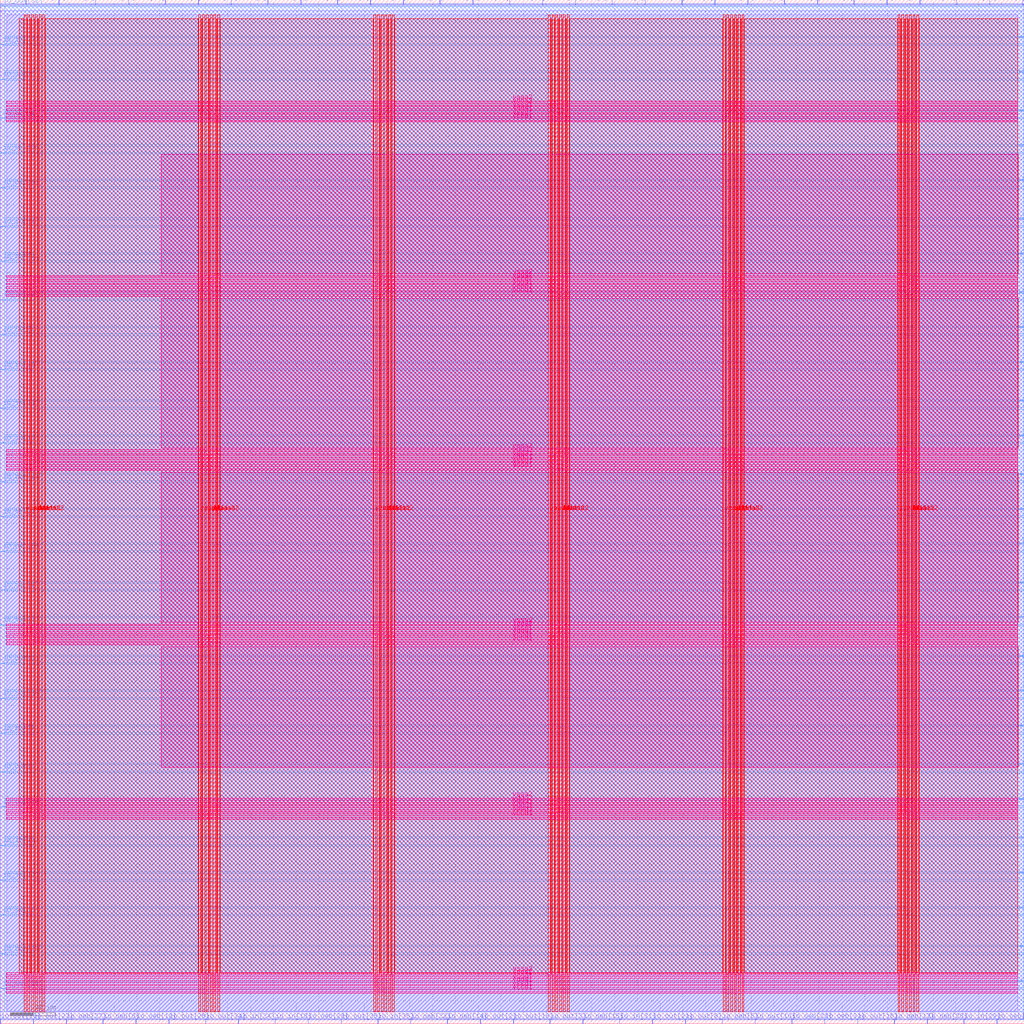
<source format=lef>
VERSION 5.7 ;
  NOWIREEXTENSIONATPIN ON ;
  DIVIDERCHAR "/" ;
  BUSBITCHARS "[]" ;
MACRO vajra_caravel_soc
  CLASS BLOCK ;
  FOREIGN vajra_caravel_soc ;
  ORIGIN 0.000 0.000 ;
  SIZE 900.000 BY 900.000 ;
  PIN io_in[0]
    DIRECTION INPUT ;
    USE SIGNAL ;
    PORT
      LAYER met3 ;
        RECT 896.000 867.040 900.000 867.640 ;
    END
  END io_in[0]
  PIN io_in[10]
    DIRECTION INPUT ;
    USE SIGNAL ;
    PORT
      LAYER met3 ;
        RECT 896.000 197.240 900.000 197.840 ;
    END
  END io_in[10]
  PIN io_in[11]
    DIRECTION INPUT ;
    USE SIGNAL ;
    PORT
      LAYER met2 ;
        RECT 112.790 896.000 113.070 900.000 ;
    END
  END io_in[11]
  PIN io_in[12]
    DIRECTION INPUT ;
    USE SIGNAL ;
    PORT
      LAYER met3 ;
        RECT 0.000 510.040 4.000 510.640 ;
    END
  END io_in[12]
  PIN io_in[13]
    DIRECTION INPUT ;
    USE SIGNAL ;
    PORT
      LAYER met2 ;
        RECT 808.310 896.000 808.590 900.000 ;
    END
  END io_in[13]
  PIN io_in[14]
    DIRECTION INPUT ;
    USE SIGNAL ;
    PORT
      LAYER met2 ;
        RECT 656.970 896.000 657.250 900.000 ;
    END
  END io_in[14]
  PIN io_in[15]
    DIRECTION INPUT ;
    USE SIGNAL ;
    PORT
      LAYER met3 ;
        RECT 0.000 574.640 4.000 575.240 ;
    END
  END io_in[15]
  PIN io_in[16]
    DIRECTION INPUT ;
    USE SIGNAL ;
    PORT
      LAYER met3 ;
        RECT 0.000 156.440 4.000 157.040 ;
    END
  END io_in[16]
  PIN io_in[17]
    DIRECTION INPUT ;
    USE SIGNAL ;
    PORT
      LAYER met2 ;
        RECT 325.310 896.000 325.590 900.000 ;
    END
  END io_in[17]
  PIN io_in[18]
    DIRECTION INPUT ;
    USE SIGNAL ;
    PORT
      LAYER met2 ;
        RECT 241.590 0.000 241.870 4.000 ;
    END
  END io_in[18]
  PIN io_in[19]
    DIRECTION INPUT ;
    USE SIGNAL ;
    PORT
      LAYER met3 ;
        RECT 0.000 125.840 4.000 126.440 ;
    END
  END io_in[19]
  PIN io_in[1]
    DIRECTION INPUT ;
    USE SIGNAL ;
    PORT
      LAYER met3 ;
        RECT 896.000 802.440 900.000 803.040 ;
    END
  END io_in[1]
  PIN io_in[20]
    DIRECTION INPUT ;
    USE SIGNAL ;
    PORT
      LAYER met3 ;
        RECT 896.000 3.440 900.000 4.040 ;
    END
  END io_in[20]
  PIN io_in[21]
    DIRECTION INPUT ;
    USE SIGNAL ;
    PORT
      LAYER met2 ;
        RECT 779.330 896.000 779.610 900.000 ;
    END
  END io_in[21]
  PIN io_in[22]
    DIRECTION INPUT ;
    USE SIGNAL ;
    PORT
      LAYER met3 ;
        RECT 0.000 635.840 4.000 636.440 ;
    END
  END io_in[22]
  PIN io_in[23]
    DIRECTION INPUT ;
    USE SIGNAL ;
    PORT
      LAYER met3 ;
        RECT 0.000 829.640 4.000 830.240 ;
    END
  END io_in[23]
  PIN io_in[24]
    DIRECTION INPUT ;
    USE SIGNAL ;
    PORT
      LAYER met3 ;
        RECT 896.000 387.640 900.000 388.240 ;
    END
  END io_in[24]
  PIN io_in[25]
    DIRECTION INPUT ;
    USE SIGNAL ;
    PORT
      LAYER met3 ;
        RECT 0.000 95.240 4.000 95.840 ;
    END
  END io_in[25]
  PIN io_in[26]
    DIRECTION INPUT ;
    USE SIGNAL ;
    PORT
      LAYER met3 ;
        RECT 0.000 860.240 4.000 860.840 ;
    END
  END io_in[26]
  PIN io_in[27]
    DIRECTION INPUT ;
    USE SIGNAL ;
    PORT
      LAYER met2 ;
        RECT 447.670 896.000 447.950 900.000 ;
    END
  END io_in[27]
  PIN io_in[28]
    DIRECTION INPUT ;
    USE SIGNAL ;
    PORT
      LAYER met3 ;
        RECT 896.000 836.440 900.000 837.040 ;
    END
  END io_in[28]
  PIN io_in[29]
    DIRECTION INPUT ;
    USE SIGNAL ;
    PORT
      LAYER met2 ;
        RECT 846.950 0.000 847.230 4.000 ;
    END
  END io_in[29]
  PIN io_in[2]
    DIRECTION INPUT ;
    USE SIGNAL ;
    PORT
      LAYER met3 ;
        RECT 896.000 261.840 900.000 262.440 ;
    END
  END io_in[2]
  PIN io_in[30]
    DIRECTION INPUT ;
    USE SIGNAL ;
    PORT
      LAYER met2 ;
        RECT 415.470 896.000 415.750 900.000 ;
    END
  END io_in[30]
  PIN io_in[31]
    DIRECTION INPUT ;
    USE SIGNAL ;
    PORT
      LAYER met2 ;
        RECT 544.270 0.000 544.550 4.000 ;
    END
  END io_in[31]
  PIN io_in[32]
    DIRECTION INPUT ;
    USE SIGNAL ;
    PORT
      LAYER met3 ;
        RECT 896.000 452.240 900.000 452.840 ;
    END
  END io_in[32]
  PIN io_in[33]
    DIRECTION INPUT ;
    USE SIGNAL ;
    PORT
      LAYER met3 ;
        RECT 0.000 540.640 4.000 541.240 ;
    END
  END io_in[33]
  PIN io_in[34]
    DIRECTION INPUT ;
    USE SIGNAL ;
    PORT
      LAYER met2 ;
        RECT 209.390 0.000 209.670 4.000 ;
    END
  END io_in[34]
  PIN io_in[35]
    DIRECTION INPUT ;
    USE SIGNAL ;
    PORT
      LAYER met2 ;
        RECT 331.750 0.000 332.030 4.000 ;
    END
  END io_in[35]
  PIN io_in[36]
    DIRECTION INPUT ;
    USE SIGNAL ;
    PORT
      LAYER met3 ;
        RECT 896.000 68.040 900.000 68.640 ;
    END
  END io_in[36]
  PIN io_in[37]
    DIRECTION INPUT ;
    USE SIGNAL ;
    PORT
      LAYER met3 ;
        RECT 0.000 700.440 4.000 701.040 ;
    END
  END io_in[37]
  PIN io_in[3]
    DIRECTION INPUT ;
    USE SIGNAL ;
    PORT
      LAYER met2 ;
        RECT 296.330 896.000 296.610 900.000 ;
    END
  END io_in[3]
  PIN io_in[4]
    DIRECTION INPUT ;
    USE SIGNAL ;
    PORT
      LAYER met3 ;
        RECT 896.000 292.440 900.000 293.040 ;
    END
  END io_in[4]
  PIN io_in[5]
    DIRECTION INPUT ;
    USE SIGNAL ;
    PORT
      LAYER met3 ;
        RECT 896.000 482.840 900.000 483.440 ;
    END
  END io_in[5]
  PIN io_in[6]
    DIRECTION INPUT ;
    USE SIGNAL ;
    PORT
      LAYER met2 ;
        RECT 505.630 896.000 505.910 900.000 ;
    END
  END io_in[6]
  PIN io_in[7]
    DIRECTION INPUT ;
    USE SIGNAL ;
    PORT
      LAYER met3 ;
        RECT 896.000 357.040 900.000 357.640 ;
    END
  END io_in[7]
  PIN io_in[8]
    DIRECTION INPUT ;
    USE SIGNAL ;
    PORT
      LAYER met2 ;
        RECT 537.830 896.000 538.110 900.000 ;
    END
  END io_in[8]
  PIN io_in[9]
    DIRECTION INPUT ;
    USE SIGNAL ;
    PORT
      LAYER met2 ;
        RECT 599.010 896.000 599.290 900.000 ;
    END
  END io_in[9]
  PIN io_oeb[0]
    DIRECTION OUTPUT TRISTATE ;
    USE SIGNAL ;
    PORT
      LAYER met2 ;
        RECT 718.150 896.000 718.430 900.000 ;
    END
  END io_oeb[0]
  PIN io_oeb[10]
    DIRECTION OUTPUT TRISTATE ;
    USE SIGNAL ;
    PORT
      LAYER met2 ;
        RECT 898.470 896.000 898.750 900.000 ;
    END
  END io_oeb[10]
  PIN io_oeb[11]
    DIRECTION OUTPUT TRISTATE ;
    USE SIGNAL ;
    PORT
      LAYER met3 ;
        RECT 896.000 741.240 900.000 741.840 ;
    END
  END io_oeb[11]
  PIN io_oeb[12]
    DIRECTION OUTPUT TRISTATE ;
    USE SIGNAL ;
    PORT
      LAYER met2 ;
        RECT 119.230 0.000 119.510 4.000 ;
    END
  END io_oeb[12]
  PIN io_oeb[13]
    DIRECTION OUTPUT TRISTATE ;
    USE SIGNAL ;
    PORT
      LAYER met2 ;
        RECT 173.970 896.000 174.250 900.000 ;
    END
  END io_oeb[13]
  PIN io_oeb[14]
    DIRECTION OUTPUT TRISTATE ;
    USE SIGNAL ;
    PORT
      LAYER met2 ;
        RECT 392.930 0.000 393.210 4.000 ;
    END
  END io_oeb[14]
  PIN io_oeb[15]
    DIRECTION OUTPUT TRISTATE ;
    USE SIGNAL ;
    PORT
      LAYER met2 ;
        RECT 512.070 0.000 512.350 4.000 ;
    END
  END io_oeb[15]
  PIN io_oeb[16]
    DIRECTION OUTPUT TRISTATE ;
    USE SIGNAL ;
    PORT
      LAYER met3 ;
        RECT 896.000 771.840 900.000 772.440 ;
    END
  END io_oeb[16]
  PIN io_oeb[17]
    DIRECTION OUTPUT TRISTATE ;
    USE SIGNAL ;
    PORT
      LAYER met2 ;
        RECT 785.770 0.000 786.050 4.000 ;
    END
  END io_oeb[17]
  PIN io_oeb[18]
    DIRECTION OUTPUT TRISTATE ;
    USE SIGNAL ;
    PORT
      LAYER met3 ;
        RECT 896.000 581.440 900.000 582.040 ;
    END
  END io_oeb[18]
  PIN io_oeb[19]
    DIRECTION OUTPUT TRISTATE ;
    USE SIGNAL ;
    PORT
      LAYER met2 ;
        RECT 386.490 896.000 386.770 900.000 ;
    END
  END io_oeb[19]
  PIN io_oeb[1]
    DIRECTION OUTPUT TRISTATE ;
    USE SIGNAL ;
    PORT
      LAYER met3 ;
        RECT 0.000 445.440 4.000 446.040 ;
    END
  END io_oeb[1]
  PIN io_oeb[20]
    DIRECTION OUTPUT TRISTATE ;
    USE SIGNAL ;
    PORT
      LAYER met2 ;
        RECT 235.150 896.000 235.430 900.000 ;
    END
  END io_oeb[20]
  PIN io_oeb[21]
    DIRECTION OUTPUT TRISTATE ;
    USE SIGNAL ;
    PORT
      LAYER met2 ;
        RECT 476.650 896.000 476.930 900.000 ;
    END
  END io_oeb[21]
  PIN io_oeb[22]
    DIRECTION OUTPUT TRISTATE ;
    USE SIGNAL ;
    PORT
      LAYER met2 ;
        RECT 695.610 0.000 695.890 4.000 ;
    END
  END io_oeb[22]
  PIN io_oeb[23]
    DIRECTION OUTPUT TRISTATE ;
    USE SIGNAL ;
    PORT
      LAYER met2 ;
        RECT 270.570 0.000 270.850 4.000 ;
    END
  END io_oeb[23]
  PIN io_oeb[24]
    DIRECTION OUTPUT TRISTATE ;
    USE SIGNAL ;
    PORT
      LAYER met3 ;
        RECT 896.000 227.840 900.000 228.440 ;
    END
  END io_oeb[24]
  PIN io_oeb[25]
    DIRECTION OUTPUT TRISTATE ;
    USE SIGNAL ;
    PORT
      LAYER met2 ;
        RECT 264.130 896.000 264.410 900.000 ;
    END
  END io_oeb[25]
  PIN io_oeb[26]
    DIRECTION OUTPUT TRISTATE ;
    USE SIGNAL ;
    PORT
      LAYER met3 ;
        RECT 896.000 612.040 900.000 612.640 ;
    END
  END io_oeb[26]
  PIN io_oeb[27]
    DIRECTION OUTPUT TRISTATE ;
    USE SIGNAL ;
    PORT
      LAYER met2 ;
        RECT 58.050 0.000 58.330 4.000 ;
    END
  END io_oeb[27]
  PIN io_oeb[28]
    DIRECTION OUTPUT TRISTATE ;
    USE SIGNAL ;
    PORT
      LAYER met2 ;
        RECT 814.750 0.000 815.030 4.000 ;
    END
  END io_oeb[28]
  PIN io_oeb[29]
    DIRECTION OUTPUT TRISTATE ;
    USE SIGNAL ;
    PORT
      LAYER met3 ;
        RECT 896.000 163.240 900.000 163.840 ;
    END
  END io_oeb[29]
  PIN io_oeb[2]
    DIRECTION OUTPUT TRISTATE ;
    USE SIGNAL ;
    PORT
      LAYER met2 ;
        RECT 869.490 896.000 869.770 900.000 ;
    END
  END io_oeb[2]
  PIN io_oeb[30]
    DIRECTION OUTPUT TRISTATE ;
    USE SIGNAL ;
    PORT
      LAYER met3 ;
        RECT 0.000 765.040 4.000 765.640 ;
    END
  END io_oeb[30]
  PIN io_oeb[31]
    DIRECTION OUTPUT TRISTATE ;
    USE SIGNAL ;
    PORT
      LAYER met2 ;
        RECT 724.590 0.000 724.870 4.000 ;
    END
  END io_oeb[31]
  PIN io_oeb[32]
    DIRECTION OUTPUT TRISTATE ;
    USE SIGNAL ;
    PORT
      LAYER met2 ;
        RECT 360.730 0.000 361.010 4.000 ;
    END
  END io_oeb[32]
  PIN io_oeb[33]
    DIRECTION OUTPUT TRISTATE ;
    USE SIGNAL ;
    PORT
      LAYER met3 ;
        RECT 0.000 734.440 4.000 735.040 ;
    END
  END io_oeb[33]
  PIN io_oeb[34]
    DIRECTION OUTPUT TRISTATE ;
    USE SIGNAL ;
    PORT
      LAYER met3 ;
        RECT 896.000 676.640 900.000 677.240 ;
    END
  END io_oeb[34]
  PIN io_oeb[35]
    DIRECTION OUTPUT TRISTATE ;
    USE SIGNAL ;
    PORT
      LAYER met3 ;
        RECT 0.000 414.840 4.000 415.440 ;
    END
  END io_oeb[35]
  PIN io_oeb[36]
    DIRECTION OUTPUT TRISTATE ;
    USE SIGNAL ;
    PORT
      LAYER met3 ;
        RECT 896.000 37.440 900.000 38.040 ;
    END
  END io_oeb[36]
  PIN io_oeb[37]
    DIRECTION OUTPUT TRISTATE ;
    USE SIGNAL ;
    PORT
      LAYER met2 ;
        RECT 22.630 896.000 22.910 900.000 ;
    END
  END io_oeb[37]
  PIN io_oeb[3]
    DIRECTION OUTPUT TRISTATE ;
    USE SIGNAL ;
    PORT
      LAYER met2 ;
        RECT 144.990 896.000 145.270 900.000 ;
    END
  END io_oeb[3]
  PIN io_oeb[4]
    DIRECTION OUTPUT TRISTATE ;
    USE SIGNAL ;
    PORT
      LAYER met3 ;
        RECT 0.000 605.240 4.000 605.840 ;
    END
  END io_oeb[4]
  PIN io_oeb[5]
    DIRECTION OUTPUT TRISTATE ;
    USE SIGNAL ;
    PORT
      LAYER met2 ;
        RECT 634.430 0.000 634.710 4.000 ;
    END
  END io_oeb[5]
  PIN io_oeb[6]
    DIRECTION OUTPUT TRISTATE ;
    USE SIGNAL ;
    PORT
      LAYER met2 ;
        RECT 90.250 0.000 90.530 4.000 ;
    END
  END io_oeb[6]
  PIN io_oeb[7]
    DIRECTION OUTPUT TRISTATE ;
    USE SIGNAL ;
    PORT
      LAYER met3 ;
        RECT 0.000 380.840 4.000 381.440 ;
    END
  END io_oeb[7]
  PIN io_oeb[8]
    DIRECTION OUTPUT TRISTATE ;
    USE SIGNAL ;
    PORT
      LAYER met2 ;
        RECT 875.930 0.000 876.210 4.000 ;
    END
  END io_oeb[8]
  PIN io_oeb[9]
    DIRECTION OUTPUT TRISTATE ;
    USE SIGNAL ;
    PORT
      LAYER met3 ;
        RECT 896.000 516.840 900.000 517.440 ;
    END
  END io_oeb[9]
  PIN io_out[0]
    DIRECTION OUTPUT TRISTATE ;
    USE SIGNAL ;
    ANTENNADIFFAREA 0.445500 ;
    PORT
      LAYER met3 ;
        RECT 896.000 323.040 900.000 323.640 ;
    END
  END io_out[0]
  PIN io_out[10]
    DIRECTION OUTPUT TRISTATE ;
    USE SIGNAL ;
    ANTENNADIFFAREA 0.445500 ;
    PORT
      LAYER met2 ;
        RECT 663.410 0.000 663.690 4.000 ;
    END
  END io_out[10]
  PIN io_out[11]
    DIRECTION OUTPUT TRISTATE ;
    USE SIGNAL ;
    ANTENNADIFFAREA 0.445500 ;
    PORT
      LAYER met3 ;
        RECT 0.000 669.840 4.000 670.440 ;
    END
  END io_out[11]
  PIN io_out[12]
    DIRECTION OUTPUT TRISTATE ;
    USE SIGNAL ;
    ANTENNADIFFAREA 0.445500 ;
    PORT
      LAYER met3 ;
        RECT 896.000 132.640 900.000 133.240 ;
    END
  END io_out[12]
  PIN io_out[13]
    DIRECTION OUTPUT TRISTATE ;
    USE SIGNAL ;
    ANTENNADIFFAREA 0.445500 ;
    PORT
      LAYER met3 ;
        RECT 0.000 476.040 4.000 476.640 ;
    END
  END io_out[13]
  PIN io_out[14]
    DIRECTION OUTPUT TRISTATE ;
    USE SIGNAL ;
    ANTENNADIFFAREA 0.445500 ;
    PORT
      LAYER met3 ;
        RECT 0.000 30.640 4.000 31.240 ;
    END
  END io_out[14]
  PIN io_out[15]
    DIRECTION OUTPUT TRISTATE ;
    USE SIGNAL ;
    ANTENNADIFFAREA 0.445500 ;
    PORT
      LAYER met3 ;
        RECT 896.000 642.640 900.000 643.240 ;
    END
  END io_out[15]
  PIN io_out[16]
    DIRECTION OUTPUT TRISTATE ;
    USE SIGNAL ;
    ANTENNADIFFAREA 0.445500 ;
    PORT
      LAYER met2 ;
        RECT 753.570 0.000 753.850 4.000 ;
    END
  END io_out[16]
  PIN io_out[17]
    DIRECTION OUTPUT TRISTATE ;
    USE SIGNAL ;
    ANTENNADIFFAREA 0.445500 ;
    PORT
      LAYER met3 ;
        RECT 896.000 707.240 900.000 707.840 ;
    END
  END io_out[17]
  PIN io_out[18]
    DIRECTION OUTPUT TRISTATE ;
    USE SIGNAL ;
    ANTENNADIFFAREA 0.445500 ;
    PORT
      LAYER met2 ;
        RECT 450.890 0.000 451.170 4.000 ;
    END
  END io_out[18]
  PIN io_out[19]
    DIRECTION OUTPUT TRISTATE ;
    USE SIGNAL ;
    ANTENNADIFFAREA 0.445500 ;
    PORT
      LAYER met3 ;
        RECT 0.000 190.440 4.000 191.040 ;
    END
  END io_out[19]
  PIN io_out[1]
    DIRECTION OUTPUT TRISTATE ;
    USE SIGNAL ;
    ANTENNADIFFAREA 0.445500 ;
    PORT
      LAYER met3 ;
        RECT 0.000 350.240 4.000 350.840 ;
    END
  END io_out[1]
  PIN io_out[20]
    DIRECTION OUTPUT TRISTATE ;
    USE SIGNAL ;
    ANTENNADIFFAREA 0.445500 ;
    PORT
      LAYER met2 ;
        RECT 0.090 0.000 0.370 4.000 ;
    END
  END io_out[20]
  PIN io_out[21]
    DIRECTION OUTPUT TRISTATE ;
    USE SIGNAL ;
    ANTENNADIFFAREA 0.445500 ;
    PORT
      LAYER met2 ;
        RECT 573.250 0.000 573.530 4.000 ;
    END
  END io_out[21]
  PIN io_out[22]
    DIRECTION OUTPUT TRISTATE ;
    USE SIGNAL ;
    ANTENNADIFFAREA 0.445500 ;
    PORT
      LAYER met2 ;
        RECT 83.810 896.000 84.090 900.000 ;
    END
  END io_out[22]
  PIN io_out[23]
    DIRECTION OUTPUT TRISTATE ;
    USE SIGNAL ;
    ANTENNADIFFAREA 0.445500 ;
    PORT
      LAYER met2 ;
        RECT 354.290 896.000 354.570 900.000 ;
    END
  END io_out[23]
  PIN io_out[24]
    DIRECTION OUTPUT TRISTATE ;
    USE SIGNAL ;
    ANTENNADIFFAREA 0.445500 ;
    PORT
      LAYER met2 ;
        RECT 627.990 896.000 628.270 900.000 ;
    END
  END io_out[24]
  PIN io_out[25]
    DIRECTION OUTPUT TRISTATE ;
    USE SIGNAL ;
    ANTENNADIFFAREA 0.445500 ;
    PORT
      LAYER met3 ;
        RECT 0.000 61.240 4.000 61.840 ;
    END
  END io_out[25]
  PIN io_out[26]
    DIRECTION OUTPUT TRISTATE ;
    USE SIGNAL ;
    ANTENNADIFFAREA 0.445500 ;
    PORT
      LAYER met2 ;
        RECT 148.210 0.000 148.490 4.000 ;
    END
  END io_out[26]
  PIN io_out[27]
    DIRECTION OUTPUT TRISTATE ;
    USE SIGNAL ;
    ANTENNADIFFAREA 0.445500 ;
    PORT
      LAYER met2 ;
        RECT 29.070 0.000 29.350 4.000 ;
    END
  END io_out[27]
  PIN io_out[28]
    DIRECTION OUTPUT TRISTATE ;
    USE SIGNAL ;
    ANTENNADIFFAREA 0.445500 ;
    PORT
      LAYER met2 ;
        RECT 750.350 896.000 750.630 900.000 ;
    END
  END io_out[28]
  PIN io_out[29]
    DIRECTION OUTPUT TRISTATE ;
    USE SIGNAL ;
    ANTENNADIFFAREA 0.445500 ;
    PORT
      LAYER met2 ;
        RECT 566.810 896.000 567.090 900.000 ;
    END
  END io_out[29]
  PIN io_out[2]
    DIRECTION OUTPUT TRISTATE ;
    USE SIGNAL ;
    ANTENNADIFFAREA 0.445500 ;
    PORT
      LAYER met2 ;
        RECT 421.910 0.000 422.190 4.000 ;
    END
  END io_out[2]
  PIN io_out[30]
    DIRECTION OUTPUT TRISTATE ;
    USE SIGNAL ;
    ANTENNADIFFAREA 0.445500 ;
    PORT
      LAYER met2 ;
        RECT 840.510 896.000 840.790 900.000 ;
    END
  END io_out[30]
  PIN io_out[31]
    DIRECTION OUTPUT TRISTATE ;
    USE SIGNAL ;
    ANTENNADIFFAREA 0.445500 ;
    PORT
      LAYER met3 ;
        RECT 896.000 102.040 900.000 102.640 ;
    END
  END io_out[31]
  PIN io_out[32]
    DIRECTION OUTPUT TRISTATE ;
    USE SIGNAL ;
    ANTENNADIFFAREA 0.445500 ;
    PORT
      LAYER met3 ;
        RECT 0.000 894.240 4.000 894.840 ;
    END
  END io_out[32]
  PIN io_out[33]
    DIRECTION OUTPUT TRISTATE ;
    USE SIGNAL ;
    ANTENNADIFFAREA 0.445500 ;
    PORT
      LAYER met3 ;
        RECT 0.000 316.240 4.000 316.840 ;
    END
  END io_out[33]
  PIN io_out[34]
    DIRECTION OUTPUT TRISTATE ;
    USE SIGNAL ;
    ANTENNADIFFAREA 0.445500 ;
    PORT
      LAYER met2 ;
        RECT 180.410 0.000 180.690 4.000 ;
    END
  END io_out[34]
  PIN io_out[35]
    DIRECTION OUTPUT TRISTATE ;
    USE SIGNAL ;
    ANTENNADIFFAREA 0.445500 ;
    PORT
      LAYER met2 ;
        RECT 299.550 0.000 299.830 4.000 ;
    END
  END io_out[35]
  PIN io_out[36]
    DIRECTION OUTPUT TRISTATE ;
    USE SIGNAL ;
    ANTENNADIFFAREA 0.445500 ;
    PORT
      LAYER met3 ;
        RECT 0.000 285.640 4.000 286.240 ;
    END
  END io_out[36]
  PIN io_out[37]
    DIRECTION OUTPUT TRISTATE ;
    USE SIGNAL ;
    ANTENNADIFFAREA 0.445500 ;
    PORT
      LAYER met3 ;
        RECT 896.000 547.440 900.000 548.040 ;
    END
  END io_out[37]
  PIN io_out[3]
    DIRECTION OUTPUT TRISTATE ;
    USE SIGNAL ;
    ANTENNADIFFAREA 0.445500 ;
    PORT
      LAYER met2 ;
        RECT 483.090 0.000 483.370 4.000 ;
    END
  END io_out[3]
  PIN io_out[4]
    DIRECTION OUTPUT TRISTATE ;
    USE SIGNAL ;
    ANTENNADIFFAREA 0.445500 ;
    PORT
      LAYER met3 ;
        RECT 0.000 221.040 4.000 221.640 ;
    END
  END io_out[4]
  PIN io_out[5]
    DIRECTION OUTPUT TRISTATE ;
    USE SIGNAL ;
    ANTENNADIFFAREA 0.445500 ;
    PORT
      LAYER met2 ;
        RECT 689.170 896.000 689.450 900.000 ;
    END
  END io_out[5]
  PIN io_out[6]
    DIRECTION OUTPUT TRISTATE ;
    USE SIGNAL ;
    ANTENNADIFFAREA 0.445500 ;
    PORT
      LAYER met2 ;
        RECT 51.610 896.000 51.890 900.000 ;
    END
  END io_out[6]
  PIN io_out[7]
    DIRECTION OUTPUT TRISTATE ;
    USE SIGNAL ;
    ANTENNADIFFAREA 0.445500 ;
    PORT
      LAYER met2 ;
        RECT 202.950 896.000 203.230 900.000 ;
    END
  END io_out[7]
  PIN io_out[8]
    DIRECTION OUTPUT TRISTATE ;
    USE SIGNAL ;
    ANTENNADIFFAREA 0.445500 ;
    PORT
      LAYER met2 ;
        RECT 602.230 0.000 602.510 4.000 ;
    END
  END io_out[8]
  PIN io_out[9]
    DIRECTION OUTPUT TRISTATE ;
    USE SIGNAL ;
    ANTENNADIFFAREA 0.445500 ;
    PORT
      LAYER met3 ;
        RECT 0.000 255.040 4.000 255.640 ;
    END
  END io_out[9]
  PIN vccd1
    DIRECTION INOUT ;
    USE POWER ;
    PORT
      LAYER met4 ;
        RECT 21.040 10.640 22.640 886.960 ;
    END
    PORT
      LAYER met4 ;
        RECT 174.640 10.640 176.240 886.960 ;
    END
    PORT
      LAYER met4 ;
        RECT 328.240 10.640 329.840 886.960 ;
    END
    PORT
      LAYER met4 ;
        RECT 481.840 10.640 483.440 886.960 ;
    END
    PORT
      LAYER met4 ;
        RECT 635.440 10.640 637.040 886.960 ;
    END
    PORT
      LAYER met4 ;
        RECT 789.040 10.640 790.640 886.960 ;
    END
    PORT
      LAYER met5 ;
        RECT 5.280 26.730 894.480 28.330 ;
    END
    PORT
      LAYER met5 ;
        RECT 5.280 179.910 894.480 181.510 ;
    END
    PORT
      LAYER met5 ;
        RECT 5.280 333.090 894.480 334.690 ;
    END
    PORT
      LAYER met5 ;
        RECT 5.280 486.270 894.480 487.870 ;
    END
    PORT
      LAYER met5 ;
        RECT 5.280 639.450 894.480 641.050 ;
    END
    PORT
      LAYER met5 ;
        RECT 5.280 792.630 894.480 794.230 ;
    END
  END vccd1
  PIN vdda1
    DIRECTION INOUT ;
    USE POWER ;
    PORT
      LAYER met4 ;
        RECT 27.640 10.640 29.240 886.960 ;
    END
    PORT
      LAYER met4 ;
        RECT 181.240 10.640 182.840 886.960 ;
    END
    PORT
      LAYER met4 ;
        RECT 334.840 10.640 336.440 886.960 ;
    END
    PORT
      LAYER met4 ;
        RECT 488.440 10.640 490.040 886.960 ;
    END
    PORT
      LAYER met4 ;
        RECT 642.040 10.640 643.640 886.960 ;
    END
    PORT
      LAYER met4 ;
        RECT 795.640 10.640 797.240 886.960 ;
    END
    PORT
      LAYER met5 ;
        RECT 5.280 33.330 894.480 34.930 ;
    END
    PORT
      LAYER met5 ;
        RECT 5.280 186.510 894.480 188.110 ;
    END
    PORT
      LAYER met5 ;
        RECT 5.280 339.690 894.480 341.290 ;
    END
    PORT
      LAYER met5 ;
        RECT 5.280 492.870 894.480 494.470 ;
    END
    PORT
      LAYER met5 ;
        RECT 5.280 646.050 894.480 647.650 ;
    END
    PORT
      LAYER met5 ;
        RECT 5.280 799.230 894.480 800.830 ;
    END
  END vdda1
  PIN vdda2
    DIRECTION INOUT ;
    USE POWER ;
    PORT
      LAYER met4 ;
        RECT 34.240 10.640 35.840 886.960 ;
    END
    PORT
      LAYER met4 ;
        RECT 187.840 10.640 189.440 886.960 ;
    END
    PORT
      LAYER met4 ;
        RECT 341.440 10.640 343.040 886.960 ;
    END
    PORT
      LAYER met4 ;
        RECT 495.040 10.640 496.640 886.960 ;
    END
    PORT
      LAYER met4 ;
        RECT 648.640 10.640 650.240 886.960 ;
    END
    PORT
      LAYER met4 ;
        RECT 802.240 10.640 803.840 886.960 ;
    END
    PORT
      LAYER met5 ;
        RECT 5.280 39.930 894.480 41.530 ;
    END
    PORT
      LAYER met5 ;
        RECT 5.280 193.110 894.480 194.710 ;
    END
    PORT
      LAYER met5 ;
        RECT 5.280 346.290 894.480 347.890 ;
    END
    PORT
      LAYER met5 ;
        RECT 5.280 499.470 894.480 501.070 ;
    END
    PORT
      LAYER met5 ;
        RECT 5.280 652.650 894.480 654.250 ;
    END
    PORT
      LAYER met5 ;
        RECT 5.280 805.830 894.480 807.430 ;
    END
  END vdda2
  PIN vssa1
    DIRECTION INOUT ;
    USE GROUND ;
    PORT
      LAYER met4 ;
        RECT 30.940 10.640 32.540 886.960 ;
    END
    PORT
      LAYER met4 ;
        RECT 184.540 10.640 186.140 886.960 ;
    END
    PORT
      LAYER met4 ;
        RECT 338.140 10.640 339.740 886.960 ;
    END
    PORT
      LAYER met4 ;
        RECT 491.740 10.640 493.340 886.960 ;
    END
    PORT
      LAYER met4 ;
        RECT 645.340 10.640 646.940 886.960 ;
    END
    PORT
      LAYER met4 ;
        RECT 798.940 10.640 800.540 886.960 ;
    END
    PORT
      LAYER met5 ;
        RECT 5.280 36.630 894.480 38.230 ;
    END
    PORT
      LAYER met5 ;
        RECT 5.280 189.810 894.480 191.410 ;
    END
    PORT
      LAYER met5 ;
        RECT 5.280 342.990 894.480 344.590 ;
    END
    PORT
      LAYER met5 ;
        RECT 5.280 496.170 894.480 497.770 ;
    END
    PORT
      LAYER met5 ;
        RECT 5.280 649.350 894.480 650.950 ;
    END
    PORT
      LAYER met5 ;
        RECT 5.280 802.530 894.480 804.130 ;
    END
  END vssa1
  PIN vssa2
    DIRECTION INOUT ;
    USE GROUND ;
    PORT
      LAYER met4 ;
        RECT 37.540 10.640 39.140 886.960 ;
    END
    PORT
      LAYER met4 ;
        RECT 191.140 10.640 192.740 886.960 ;
    END
    PORT
      LAYER met4 ;
        RECT 344.740 10.640 346.340 886.960 ;
    END
    PORT
      LAYER met4 ;
        RECT 498.340 10.640 499.940 886.960 ;
    END
    PORT
      LAYER met4 ;
        RECT 651.940 10.640 653.540 886.960 ;
    END
    PORT
      LAYER met4 ;
        RECT 805.540 10.640 807.140 886.960 ;
    END
    PORT
      LAYER met5 ;
        RECT 5.280 43.230 894.480 44.830 ;
    END
    PORT
      LAYER met5 ;
        RECT 5.280 196.410 894.480 198.010 ;
    END
    PORT
      LAYER met5 ;
        RECT 5.280 349.590 894.480 351.190 ;
    END
    PORT
      LAYER met5 ;
        RECT 5.280 502.770 894.480 504.370 ;
    END
    PORT
      LAYER met5 ;
        RECT 5.280 655.950 894.480 657.550 ;
    END
    PORT
      LAYER met5 ;
        RECT 5.280 809.130 894.480 810.730 ;
    END
  END vssa2
  PIN vssd1
    DIRECTION INOUT ;
    USE GROUND ;
    PORT
      LAYER met4 ;
        RECT 24.340 10.640 25.940 886.960 ;
    END
    PORT
      LAYER met4 ;
        RECT 177.940 10.640 179.540 886.960 ;
    END
    PORT
      LAYER met4 ;
        RECT 331.540 10.640 333.140 886.960 ;
    END
    PORT
      LAYER met4 ;
        RECT 485.140 10.640 486.740 886.960 ;
    END
    PORT
      LAYER met4 ;
        RECT 638.740 10.640 640.340 886.960 ;
    END
    PORT
      LAYER met4 ;
        RECT 792.340 10.640 793.940 886.960 ;
    END
    PORT
      LAYER met5 ;
        RECT 5.280 30.030 894.480 31.630 ;
    END
    PORT
      LAYER met5 ;
        RECT 5.280 183.210 894.480 184.810 ;
    END
    PORT
      LAYER met5 ;
        RECT 5.280 336.390 894.480 337.990 ;
    END
    PORT
      LAYER met5 ;
        RECT 5.280 489.570 894.480 491.170 ;
    END
    PORT
      LAYER met5 ;
        RECT 5.280 642.750 894.480 644.350 ;
    END
    PORT
      LAYER met5 ;
        RECT 5.280 795.930 894.480 797.530 ;
    END
  END vssd1
  PIN wb_clk_i
    DIRECTION INPUT ;
    USE SIGNAL ;
    ANTENNAGATEAREA 1.721400 ;
    ANTENNADIFFAREA 0.869400 ;
    PORT
      LAYER met3 ;
        RECT 0.000 795.640 4.000 796.240 ;
    END
  END wb_clk_i
  PIN wb_rst_i
    DIRECTION INPUT ;
    USE SIGNAL ;
    ANTENNAGATEAREA 0.495000 ;
    PORT
      LAYER met3 ;
        RECT 896.000 421.640 900.000 422.240 ;
    END
  END wb_rst_i
  OBS
      LAYER li1 ;
        RECT 5.520 10.795 894.240 886.805 ;
      LAYER met1 ;
        RECT 0.070 10.640 899.690 890.420 ;
      LAYER met2 ;
        RECT 0.100 895.720 22.350 896.650 ;
        RECT 23.190 895.720 51.330 896.650 ;
        RECT 52.170 895.720 83.530 896.650 ;
        RECT 84.370 895.720 112.510 896.650 ;
        RECT 113.350 895.720 144.710 896.650 ;
        RECT 145.550 895.720 173.690 896.650 ;
        RECT 174.530 895.720 202.670 896.650 ;
        RECT 203.510 895.720 234.870 896.650 ;
        RECT 235.710 895.720 263.850 896.650 ;
        RECT 264.690 895.720 296.050 896.650 ;
        RECT 296.890 895.720 325.030 896.650 ;
        RECT 325.870 895.720 354.010 896.650 ;
        RECT 354.850 895.720 386.210 896.650 ;
        RECT 387.050 895.720 415.190 896.650 ;
        RECT 416.030 895.720 447.390 896.650 ;
        RECT 448.230 895.720 476.370 896.650 ;
        RECT 477.210 895.720 505.350 896.650 ;
        RECT 506.190 895.720 537.550 896.650 ;
        RECT 538.390 895.720 566.530 896.650 ;
        RECT 567.370 895.720 598.730 896.650 ;
        RECT 599.570 895.720 627.710 896.650 ;
        RECT 628.550 895.720 656.690 896.650 ;
        RECT 657.530 895.720 688.890 896.650 ;
        RECT 689.730 895.720 717.870 896.650 ;
        RECT 718.710 895.720 750.070 896.650 ;
        RECT 750.910 895.720 779.050 896.650 ;
        RECT 779.890 895.720 808.030 896.650 ;
        RECT 808.870 895.720 840.230 896.650 ;
        RECT 841.070 895.720 869.210 896.650 ;
        RECT 870.050 895.720 898.190 896.650 ;
        RECT 899.030 895.720 899.670 896.650 ;
        RECT 0.100 4.280 899.670 895.720 ;
        RECT 0.650 3.670 28.790 4.280 ;
        RECT 29.630 3.670 57.770 4.280 ;
        RECT 58.610 3.670 89.970 4.280 ;
        RECT 90.810 3.670 118.950 4.280 ;
        RECT 119.790 3.670 147.930 4.280 ;
        RECT 148.770 3.670 180.130 4.280 ;
        RECT 180.970 3.670 209.110 4.280 ;
        RECT 209.950 3.670 241.310 4.280 ;
        RECT 242.150 3.670 270.290 4.280 ;
        RECT 271.130 3.670 299.270 4.280 ;
        RECT 300.110 3.670 331.470 4.280 ;
        RECT 332.310 3.670 360.450 4.280 ;
        RECT 361.290 3.670 392.650 4.280 ;
        RECT 393.490 3.670 421.630 4.280 ;
        RECT 422.470 3.670 450.610 4.280 ;
        RECT 451.450 3.670 482.810 4.280 ;
        RECT 483.650 3.670 511.790 4.280 ;
        RECT 512.630 3.670 543.990 4.280 ;
        RECT 544.830 3.670 572.970 4.280 ;
        RECT 573.810 3.670 601.950 4.280 ;
        RECT 602.790 3.670 634.150 4.280 ;
        RECT 634.990 3.670 663.130 4.280 ;
        RECT 663.970 3.670 695.330 4.280 ;
        RECT 696.170 3.670 724.310 4.280 ;
        RECT 725.150 3.670 753.290 4.280 ;
        RECT 754.130 3.670 785.490 4.280 ;
        RECT 786.330 3.670 814.470 4.280 ;
        RECT 815.310 3.670 846.670 4.280 ;
        RECT 847.510 3.670 875.650 4.280 ;
        RECT 876.490 3.670 899.670 4.280 ;
      LAYER met3 ;
        RECT 4.400 893.840 899.695 894.705 ;
        RECT 4.000 868.040 899.695 893.840 ;
        RECT 4.000 866.640 895.600 868.040 ;
        RECT 4.000 861.240 899.695 866.640 ;
        RECT 4.400 859.840 899.695 861.240 ;
        RECT 4.000 837.440 899.695 859.840 ;
        RECT 4.000 836.040 895.600 837.440 ;
        RECT 4.000 830.640 899.695 836.040 ;
        RECT 4.400 829.240 899.695 830.640 ;
        RECT 4.000 803.440 899.695 829.240 ;
        RECT 4.000 802.040 895.600 803.440 ;
        RECT 4.000 796.640 899.695 802.040 ;
        RECT 4.400 795.240 899.695 796.640 ;
        RECT 4.000 772.840 899.695 795.240 ;
        RECT 4.000 771.440 895.600 772.840 ;
        RECT 4.000 766.040 899.695 771.440 ;
        RECT 4.400 764.640 899.695 766.040 ;
        RECT 4.000 742.240 899.695 764.640 ;
        RECT 4.000 740.840 895.600 742.240 ;
        RECT 4.000 735.440 899.695 740.840 ;
        RECT 4.400 734.040 899.695 735.440 ;
        RECT 4.000 708.240 899.695 734.040 ;
        RECT 4.000 706.840 895.600 708.240 ;
        RECT 4.000 701.440 899.695 706.840 ;
        RECT 4.400 700.040 899.695 701.440 ;
        RECT 4.000 677.640 899.695 700.040 ;
        RECT 4.000 676.240 895.600 677.640 ;
        RECT 4.000 670.840 899.695 676.240 ;
        RECT 4.400 669.440 899.695 670.840 ;
        RECT 4.000 643.640 899.695 669.440 ;
        RECT 4.000 642.240 895.600 643.640 ;
        RECT 4.000 636.840 899.695 642.240 ;
        RECT 4.400 635.440 899.695 636.840 ;
        RECT 4.000 613.040 899.695 635.440 ;
        RECT 4.000 611.640 895.600 613.040 ;
        RECT 4.000 606.240 899.695 611.640 ;
        RECT 4.400 604.840 899.695 606.240 ;
        RECT 4.000 582.440 899.695 604.840 ;
        RECT 4.000 581.040 895.600 582.440 ;
        RECT 4.000 575.640 899.695 581.040 ;
        RECT 4.400 574.240 899.695 575.640 ;
        RECT 4.000 548.440 899.695 574.240 ;
        RECT 4.000 547.040 895.600 548.440 ;
        RECT 4.000 541.640 899.695 547.040 ;
        RECT 4.400 540.240 899.695 541.640 ;
        RECT 4.000 517.840 899.695 540.240 ;
        RECT 4.000 516.440 895.600 517.840 ;
        RECT 4.000 511.040 899.695 516.440 ;
        RECT 4.400 509.640 899.695 511.040 ;
        RECT 4.000 483.840 899.695 509.640 ;
        RECT 4.000 482.440 895.600 483.840 ;
        RECT 4.000 477.040 899.695 482.440 ;
        RECT 4.400 475.640 899.695 477.040 ;
        RECT 4.000 453.240 899.695 475.640 ;
        RECT 4.000 451.840 895.600 453.240 ;
        RECT 4.000 446.440 899.695 451.840 ;
        RECT 4.400 445.040 899.695 446.440 ;
        RECT 4.000 422.640 899.695 445.040 ;
        RECT 4.000 421.240 895.600 422.640 ;
        RECT 4.000 415.840 899.695 421.240 ;
        RECT 4.400 414.440 899.695 415.840 ;
        RECT 4.000 388.640 899.695 414.440 ;
        RECT 4.000 387.240 895.600 388.640 ;
        RECT 4.000 381.840 899.695 387.240 ;
        RECT 4.400 380.440 899.695 381.840 ;
        RECT 4.000 358.040 899.695 380.440 ;
        RECT 4.000 356.640 895.600 358.040 ;
        RECT 4.000 351.240 899.695 356.640 ;
        RECT 4.400 349.840 899.695 351.240 ;
        RECT 4.000 324.040 899.695 349.840 ;
        RECT 4.000 322.640 895.600 324.040 ;
        RECT 4.000 317.240 899.695 322.640 ;
        RECT 4.400 315.840 899.695 317.240 ;
        RECT 4.000 293.440 899.695 315.840 ;
        RECT 4.000 292.040 895.600 293.440 ;
        RECT 4.000 286.640 899.695 292.040 ;
        RECT 4.400 285.240 899.695 286.640 ;
        RECT 4.000 262.840 899.695 285.240 ;
        RECT 4.000 261.440 895.600 262.840 ;
        RECT 4.000 256.040 899.695 261.440 ;
        RECT 4.400 254.640 899.695 256.040 ;
        RECT 4.000 228.840 899.695 254.640 ;
        RECT 4.000 227.440 895.600 228.840 ;
        RECT 4.000 222.040 899.695 227.440 ;
        RECT 4.400 220.640 899.695 222.040 ;
        RECT 4.000 198.240 899.695 220.640 ;
        RECT 4.000 196.840 895.600 198.240 ;
        RECT 4.000 191.440 899.695 196.840 ;
        RECT 4.400 190.040 899.695 191.440 ;
        RECT 4.000 164.240 899.695 190.040 ;
        RECT 4.000 162.840 895.600 164.240 ;
        RECT 4.000 157.440 899.695 162.840 ;
        RECT 4.400 156.040 899.695 157.440 ;
        RECT 4.000 133.640 899.695 156.040 ;
        RECT 4.000 132.240 895.600 133.640 ;
        RECT 4.000 126.840 899.695 132.240 ;
        RECT 4.400 125.440 899.695 126.840 ;
        RECT 4.000 103.040 899.695 125.440 ;
        RECT 4.000 101.640 895.600 103.040 ;
        RECT 4.000 96.240 899.695 101.640 ;
        RECT 4.400 94.840 899.695 96.240 ;
        RECT 4.000 69.040 899.695 94.840 ;
        RECT 4.000 67.640 895.600 69.040 ;
        RECT 4.000 62.240 899.695 67.640 ;
        RECT 4.400 60.840 899.695 62.240 ;
        RECT 4.000 38.440 899.695 60.840 ;
        RECT 4.000 37.040 895.600 38.440 ;
        RECT 4.000 31.640 899.695 37.040 ;
        RECT 4.400 30.240 899.695 31.640 ;
        RECT 4.000 10.715 899.695 30.240 ;
      LAYER met4 ;
        RECT 16.855 44.375 20.640 883.145 ;
        RECT 23.040 44.375 23.940 883.145 ;
        RECT 26.340 44.375 27.240 883.145 ;
        RECT 29.640 44.375 30.540 883.145 ;
        RECT 32.940 44.375 33.840 883.145 ;
        RECT 36.240 44.375 37.140 883.145 ;
        RECT 39.540 44.375 174.240 883.145 ;
        RECT 176.640 44.375 177.540 883.145 ;
        RECT 179.940 44.375 180.840 883.145 ;
        RECT 183.240 44.375 184.140 883.145 ;
        RECT 186.540 44.375 187.440 883.145 ;
        RECT 189.840 44.375 190.740 883.145 ;
        RECT 193.140 44.375 327.840 883.145 ;
        RECT 330.240 44.375 331.140 883.145 ;
        RECT 333.540 44.375 334.440 883.145 ;
        RECT 336.840 44.375 337.740 883.145 ;
        RECT 340.140 44.375 341.040 883.145 ;
        RECT 343.440 44.375 344.340 883.145 ;
        RECT 346.740 44.375 481.440 883.145 ;
        RECT 483.840 44.375 484.740 883.145 ;
        RECT 487.140 44.375 488.040 883.145 ;
        RECT 490.440 44.375 491.340 883.145 ;
        RECT 493.740 44.375 494.640 883.145 ;
        RECT 497.040 44.375 497.940 883.145 ;
        RECT 500.340 44.375 635.040 883.145 ;
        RECT 637.440 44.375 638.340 883.145 ;
        RECT 640.740 44.375 641.640 883.145 ;
        RECT 644.040 44.375 644.940 883.145 ;
        RECT 647.340 44.375 648.240 883.145 ;
        RECT 650.640 44.375 651.540 883.145 ;
        RECT 653.940 44.375 788.640 883.145 ;
        RECT 791.040 44.375 791.940 883.145 ;
        RECT 794.340 44.375 795.240 883.145 ;
        RECT 797.640 44.375 798.540 883.145 ;
        RECT 800.940 44.375 801.840 883.145 ;
        RECT 804.240 44.375 805.140 883.145 ;
        RECT 807.540 44.375 894.370 883.145 ;
      LAYER met5 ;
        RECT 141.340 659.150 894.580 764.100 ;
        RECT 141.340 505.970 894.580 637.850 ;
        RECT 141.340 352.790 894.580 484.670 ;
        RECT 141.340 225.300 894.580 331.490 ;
  END
END vajra_caravel_soc
END LIBRARY


</source>
